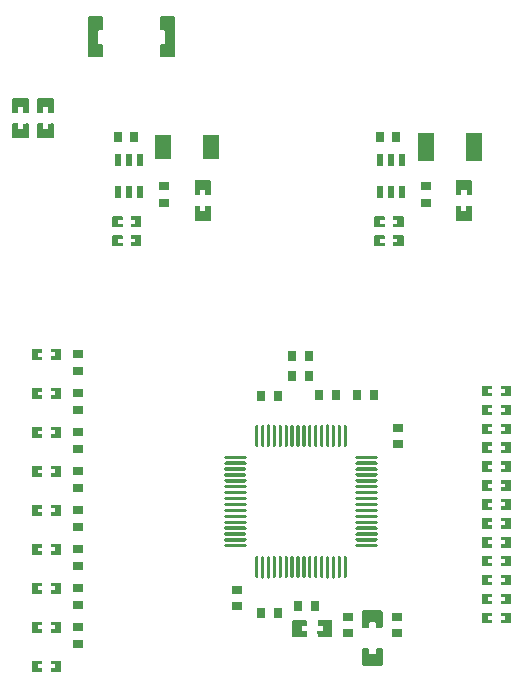
<source format=gtp>
G04 Layer: TopPasteMaskLayer*
G04 EasyEDA Pro v2.2.24.2, 2024-08-08 11:30:51*
G04 Gerber Generator version 0.3*
G04 Scale: 100 percent, Rotated: No, Reflected: No*
G04 Dimensions in millimeters*
G04 Leading zeros omitted, absolute positions, 3 integers and 5 decimals*
%FSLAX35Y35*%
%MOMM*%
%ADD10R,0.9X0.8*%
%ADD11R,0.8X0.9*%
%ADD12R,0.8X0.9*%
%ADD13R,0.6X1.1*%
%ADD14R,1.4X2.12001*%
%ADD15R,1.4X2.4*%
%ADD16R,0.9007X0.8*%
%ADD17R,0.9X0.8*%
G75*


G04 PolygonModel Start*
G36*
G01X4410500Y2464002D02*
G01X4410500Y2336004D01*
G01X4405498Y2331003D01*
G01X4290497Y2331003D01*
G01X4285499Y2336004D01*
G01X4284996Y2377007D01*
G01X4329997Y2377007D01*
G01X4329997Y2422006D01*
G01X4285997Y2422006D01*
G01X4285499Y2464002D01*
G01X4290497Y2469003D01*
G01X4405498Y2469003D01*
G01X4410500Y2464002D01*
G37*
G36*
G01X4069505Y2336001D02*
G01X4069505Y2464000D01*
G01X4074506Y2469001D01*
G01X4189507Y2469001D01*
G01X4194506Y2464000D01*
G01X4195009Y2422996D01*
G01X4150007Y2422996D01*
G01X4150007Y2377998D01*
G01X4194008Y2377998D01*
G01X4194506Y2336001D01*
G01X4189507Y2331000D01*
G01X4074506Y2331000D01*
G01X4069505Y2336001D01*
G37*
G36*
G01X1707489Y6891992D02*
G01X1835487Y6891992D01*
G01X1840488Y6886991D01*
G01X1840488Y6771990D01*
G01X1835487Y6766991D01*
G01X1794484Y6766488D01*
G01X1794484Y6811489D01*
G01X1749485Y6811489D01*
G01X1749485Y6767489D01*
G01X1707489Y6766991D01*
G01X1702487Y6771990D01*
G01X1702487Y6886991D01*
G01X1707489Y6891992D01*
G37*
G36*
G01X1835489Y6550997D02*
G01X1707491Y6550997D01*
G01X1702490Y6555998D01*
G01X1702490Y6670999D01*
G01X1707491Y6675998D01*
G01X1748494Y6676501D01*
G01X1748494Y6631500D01*
G01X1793493Y6631500D01*
G01X1793493Y6675500D01*
G01X1835489Y6675998D01*
G01X1840491Y6670999D01*
G01X1840491Y6555998D01*
G01X1835489Y6550997D01*
G37*
G36*
G01X1917489Y6891992D02*
G01X2045487Y6891992D01*
G01X2050488Y6886991D01*
G01X2050488Y6771990D01*
G01X2045487Y6766991D01*
G01X2004484Y6766488D01*
G01X2004484Y6811489D01*
G01X1959485Y6811489D01*
G01X1959485Y6767489D01*
G01X1917489Y6766991D01*
G01X1912487Y6771990D01*
G01X1912487Y6886991D01*
G01X1917489Y6891992D01*
G37*
G36*
G01X2045489Y6550997D02*
G01X1917491Y6550997D01*
G01X1912490Y6555998D01*
G01X1912490Y6670999D01*
G01X1917491Y6675998D01*
G01X1958494Y6676501D01*
G01X1958494Y6631500D01*
G01X2003493Y6631500D01*
G01X2003493Y6675500D01*
G01X2045489Y6675998D01*
G01X2050491Y6670999D01*
G01X2050491Y6555998D01*
G01X2045489Y6550997D01*
G37*
G36*
G01X3377597Y5854192D02*
G01X3249599Y5854192D01*
G01X3244597Y5859194D01*
G01X3244597Y5974195D01*
G01X3249599Y5979193D01*
G01X3290602Y5979696D01*
G01X3290602Y5934695D01*
G01X3335600Y5934695D01*
G01X3335600Y5978695D01*
G01X3377597Y5979193D01*
G01X3382598Y5974195D01*
G01X3382598Y5859194D01*
G01X3377597Y5854192D01*
G37*
G36*
G01X3249596Y6195187D02*
G01X3377594Y6195187D01*
G01X3382595Y6190186D01*
G01X3382595Y6075185D01*
G01X3377594Y6070186D01*
G01X3336591Y6069683D01*
G01X3336591Y6114684D01*
G01X3291592Y6114684D01*
G01X3291592Y6070684D01*
G01X3249596Y6070186D01*
G01X3244595Y6075185D01*
G01X3244595Y6190186D01*
G01X3249596Y6195187D01*
G37*
G36*
G01X5587597Y5854192D02*
G01X5459599Y5854192D01*
G01X5454598Y5859194D01*
G01X5454598Y5974195D01*
G01X5459599Y5979193D01*
G01X5500602Y5979696D01*
G01X5500602Y5934695D01*
G01X5545601Y5934695D01*
G01X5545601Y5978695D01*
G01X5587597Y5979193D01*
G01X5592598Y5974195D01*
G01X5592598Y5859194D01*
G01X5587597Y5854192D01*
G37*
G36*
G01X5459596Y6195187D02*
G01X5587595Y6195187D01*
G01X5592596Y6190186D01*
G01X5592596Y6075185D01*
G01X5587595Y6070186D01*
G01X5546591Y6069683D01*
G01X5546591Y6114684D01*
G01X5501593Y6114684D01*
G01X5501593Y6070684D01*
G01X5459596Y6070186D01*
G01X5454595Y6075185D01*
G01X5454595Y6190186D01*
G01X5459596Y6195187D01*
G37*
G36*
G01X4673602Y2235001D02*
G01X4710628Y2235001D01*
G01X4720628Y2225001D01*
G01X4720628Y2194510D01*
G01X4730628Y2184510D01*
G01X4769378Y2184510D01*
G01X4779378Y2194510D01*
G01X4779378Y2225001D01*
G01X4789378Y2235001D01*
G01X4826403Y2235001D01*
G01X4836403Y2225001D01*
G01X4836403Y2096502D01*
G01X4826403Y2086502D01*
G01X4673602Y2086502D01*
G01X4663602Y2096502D01*
G01X4663602Y2225001D01*
G01X4673602Y2235001D01*
G37*
G36*
G01X4673602Y2405003D02*
G01X4710628Y2405003D01*
G01X4720628Y2415003D01*
G01X4720628Y2445493D01*
G01X4730628Y2455493D01*
G01X4769378Y2455493D01*
G01X4779378Y2445493D01*
G01X4779378Y2415003D01*
G01X4789378Y2405003D01*
G01X4826403Y2405003D01*
G01X4836403Y2415003D01*
G01X4836403Y2543501D01*
G01X4826403Y2553501D01*
G01X4673602Y2553501D01*
G01X4663602Y2543501D01*
G01X4663602Y2415003D01*
G01X4673602Y2405003D01*
G37*
G36*
G01X4616482Y3836014D02*
G02X4616482Y3864015I0J14000D01*
G01X4783482Y3864015D01*
G02X4783482Y3836014I0J-14000D01*
G01X4616482Y3836014D01*
G37*
G36*
G01X4616482Y3786001D02*
G02X4616482Y3814002I0J14000D01*
G01X4783482Y3814002D01*
G02X4783482Y3786001I0J-14000D01*
G01X4616482Y3786001D01*
G37*
G36*
G01X4616482Y3736014D02*
G02X4616482Y3764015I0J14000D01*
G01X4783482Y3764015D01*
G02X4783482Y3736014I0J-14000D01*
G01X4616482Y3736014D01*
G37*
G36*
G01X4616482Y3686001D02*
G02X4616482Y3714002I0J14000D01*
G01X4783482Y3714002D01*
G02X4783482Y3686001I0J-14000D01*
G01X4616482Y3686001D01*
G37*
G36*
G01X4616482Y3636014D02*
G02X4616482Y3664015I0J14000D01*
G01X4783482Y3664015D01*
G02X4783482Y3636014I0J-14000D01*
G01X4616482Y3636014D01*
G37*
G36*
G01X4616482Y3586001D02*
G02X4616482Y3614002I0J14000D01*
G01X4783482Y3614002D01*
G02X4783482Y3586001I0J-14000D01*
G01X4616482Y3586001D01*
G37*
G36*
G01X4616482Y3536014D02*
G02X4616482Y3564015I0J14000D01*
G01X4783482Y3564015D01*
G02X4783482Y3536014I0J-14000D01*
G01X4616482Y3536014D01*
G37*
G36*
G01X4616482Y3486002D02*
G02X4616482Y3514003I0J14000D01*
G01X4783482Y3514003D01*
G02X4783482Y3486002I0J-14000D01*
G01X4616482Y3486002D01*
G37*
G36*
G01X4616482Y3436014D02*
G02X4616482Y3464015I0J14000D01*
G01X4783482Y3464015D01*
G02X4783482Y3436014I0J-14000D01*
G01X4616482Y3436014D01*
G37*
G36*
G01X4616482Y3386002D02*
G02X4616482Y3414003I0J14000D01*
G01X4783482Y3414003D01*
G02X4783482Y3386002I0J-14000D01*
G01X4616482Y3386002D01*
G37*
G36*
G01X4616482Y3336015D02*
G02X4616482Y3364016I0J14000D01*
G01X4783482Y3364016D01*
G02X4783482Y3336015I0J-14000D01*
G01X4616482Y3336015D01*
G37*
G36*
G01X4616482Y3286002D02*
G02X4616482Y3314003I0J14000D01*
G01X4783482Y3314003D01*
G02X4783482Y3286002I0J-14000D01*
G01X4616482Y3286002D01*
G37*
G36*
G01X4616482Y3236015D02*
G02X4616482Y3264016I0J14000D01*
G01X4783482Y3264016D01*
G02X4783482Y3236015I0J-14000D01*
G01X4616482Y3236015D01*
G37*
G36*
G01X4616482Y3186002D02*
G02X4616482Y3214003I0J14000D01*
G01X4783482Y3214003D01*
G02X4783482Y3186002I0J-14000D01*
G01X4616482Y3186002D01*
G37*
G36*
G01X4616482Y3136015D02*
G02X4616482Y3164016I0J14000D01*
G01X4783482Y3164016D01*
G02X4783482Y3136015I0J-14000D01*
G01X4616482Y3136015D01*
G37*
G36*
G01X4616482Y3086002D02*
G02X4616482Y3114003I0J14000D01*
G01X4783482Y3114003D01*
G02X4783482Y3086002I0J-14000D01*
G01X4616482Y3086002D01*
G37*
G36*
G01X4533998Y3946499D02*
G02X4505997Y3946499I-14000J0D01*
G01X4505997Y4113499D01*
G02X4533998Y4113499I14000J0D01*
G01X4533998Y3946499D01*
G37*
G36*
G01X4483985Y3946499D02*
G02X4455984Y3946499I-14000J0D01*
G01X4455984Y4113499D01*
G02X4483985Y4113499I14000J0D01*
G01X4483985Y3946499D01*
G37*
G36*
G01X4433998Y3946499D02*
G02X4405997Y3946499I-14000J0D01*
G01X4405997Y4113499D01*
G02X4433998Y4113499I14000J0D01*
G01X4433998Y3946499D01*
G37*
G36*
G01X4383986Y3946499D02*
G02X4355985Y3946499I-14000J0D01*
G01X4355985Y4113499D01*
G02X4383986Y4113499I14000J0D01*
G01X4383986Y3946499D01*
G37*
G36*
G01X4333998Y3946499D02*
G02X4305997Y3946499I-14000J0D01*
G01X4305997Y4113499D01*
G02X4333998Y4113499I14000J0D01*
G01X4333998Y3946499D01*
G37*
G36*
G01X4283986Y3946499D02*
G02X4255985Y3946499I-14000J0D01*
G01X4255985Y4113499D01*
G02X4283986Y4113499I14000J0D01*
G01X4283986Y3946499D01*
G37*
G36*
G01X4233999Y3946499D02*
G02X4205998Y3946499I-14000J0D01*
G01X4205998Y4113499D01*
G02X4233999Y4113499I14000J0D01*
G01X4233999Y3946499D01*
G37*
G36*
G01X4183986Y3946499D02*
G02X4155985Y3946499I-14000J0D01*
G01X4155985Y4113499D01*
G02X4183986Y4113499I14000J0D01*
G01X4183986Y3946499D01*
G37*
G36*
G01X4133999Y3946499D02*
G02X4105998Y3946499I-14000J0D01*
G01X4105998Y4113499D01*
G02X4133999Y4113499I14000J0D01*
G01X4133999Y3946499D01*
G37*
G36*
G01X4083986Y3946499D02*
G02X4055985Y3946499I-14000J0D01*
G01X4055985Y4113499D01*
G02X4083986Y4113499I14000J0D01*
G01X4083986Y3946499D01*
G37*
G36*
G01X4033999Y3946499D02*
G02X4005998Y3946499I-14000J0D01*
G01X4005998Y4113499D01*
G02X4033999Y4113499I14000J0D01*
G01X4033999Y3946499D01*
G37*
G36*
G01X3983986Y3946499D02*
G02X3955985Y3946499I-14000J0D01*
G01X3955985Y4113499D01*
G02X3983986Y4113499I14000J0D01*
G01X3983986Y3946499D01*
G37*
G36*
G01X3933999Y3946499D02*
G02X3905998Y3946499I-14000J0D01*
G01X3905998Y4113499D01*
G02X3933999Y4113499I14000J0D01*
G01X3933999Y3946499D01*
G37*
G36*
G01X3883987Y3946499D02*
G02X3855986Y3946499I-14000J0D01*
G01X3855986Y4113499D01*
G02X3883987Y4113499I14000J0D01*
G01X3883987Y3946499D01*
G37*
G36*
G01X3833999Y3946499D02*
G02X3805998Y3946499I-14000J0D01*
G01X3805998Y4113499D01*
G02X3833999Y4113499I14000J0D01*
G01X3833999Y3946499D01*
G37*
G36*
G01X3783987Y3946499D02*
G02X3755986Y3946499I-14000J0D01*
G01X3755986Y4113499D01*
G02X3783987Y4113499I14000J0D01*
G01X3783987Y3946499D01*
G37*
G36*
G01X3673502Y3864015D02*
G02X3673502Y3836014I0J-14000D01*
G01X3506502Y3836014D01*
G02X3506502Y3864015I0J14000D01*
G01X3673502Y3864015D01*
G37*
G36*
G01X3673502Y3814002D02*
G02X3673502Y3786001I0J-14000D01*
G01X3506502Y3786001D01*
G02X3506502Y3814002I0J14000D01*
G01X3673502Y3814002D01*
G37*
G36*
G01X3673502Y3764015D02*
G02X3673502Y3736014I0J-14000D01*
G01X3506502Y3736014D01*
G02X3506502Y3764015I0J14000D01*
G01X3673502Y3764015D01*
G37*
G36*
G01X3673502Y3714002D02*
G02X3673502Y3686001I0J-14000D01*
G01X3506502Y3686001D01*
G02X3506502Y3714002I0J14000D01*
G01X3673502Y3714002D01*
G37*
G36*
G01X3673502Y3664015D02*
G02X3673502Y3636014I0J-14000D01*
G01X3506502Y3636014D01*
G02X3506502Y3664015I0J14000D01*
G01X3673502Y3664015D01*
G37*
G36*
G01X3673502Y3614002D02*
G02X3673502Y3586001I0J-14000D01*
G01X3506502Y3586001D01*
G02X3506502Y3614002I0J14000D01*
G01X3673502Y3614002D01*
G37*
G36*
G01X3673502Y3564015D02*
G02X3673502Y3536014I0J-14000D01*
G01X3506502Y3536014D01*
G02X3506502Y3564015I0J14000D01*
G01X3673502Y3564015D01*
G37*
G36*
G01X3673502Y3514003D02*
G02X3673502Y3486002I0J-14000D01*
G01X3506502Y3486002D01*
G02X3506502Y3514003I0J14000D01*
G01X3673502Y3514003D01*
G37*
G36*
G01X3673502Y3464015D02*
G02X3673502Y3436014I0J-14000D01*
G01X3506502Y3436014D01*
G02X3506502Y3464015I0J14000D01*
G01X3673502Y3464015D01*
G37*
G36*
G01X3673502Y3414003D02*
G02X3673502Y3386002I0J-14000D01*
G01X3506502Y3386002D01*
G02X3506502Y3414003I0J14000D01*
G01X3673502Y3414003D01*
G37*
G36*
G01X3673502Y3364016D02*
G02X3673502Y3336015I0J-14000D01*
G01X3506502Y3336015D01*
G02X3506502Y3364016I0J14000D01*
G01X3673502Y3364016D01*
G37*
G36*
G01X3673502Y3314003D02*
G02X3673502Y3286002I0J-14000D01*
G01X3506502Y3286002D01*
G02X3506502Y3314003I0J14000D01*
G01X3673502Y3314003D01*
G37*
G36*
G01X3673502Y3264016D02*
G02X3673502Y3236015I0J-14000D01*
G01X3506502Y3236015D01*
G02X3506502Y3264016I0J14000D01*
G01X3673502Y3264016D01*
G37*
G36*
G01X3673502Y3214003D02*
G02X3673502Y3186002I0J-14000D01*
G01X3506502Y3186002D01*
G02X3506502Y3214003I0J14000D01*
G01X3673502Y3214003D01*
G37*
G36*
G01X3673502Y3164016D02*
G02X3673502Y3136015I0J-14000D01*
G01X3506502Y3136015D01*
G02X3506502Y3164016I0J14000D01*
G01X3673502Y3164016D01*
G37*
G36*
G01X3673502Y3114003D02*
G02X3673502Y3086002I0J-14000D01*
G01X3506502Y3086002D01*
G02X3506502Y3114003I0J14000D01*
G01X3673502Y3114003D01*
G37*
G36*
G01X3755986Y3003519D02*
G02X3783987Y3003519I14000J0D01*
G01X3783987Y2836519D01*
G02X3755986Y2836519I-14000J0D01*
G01X3755986Y3003519D01*
G37*
G36*
G01X3805998Y3003519D02*
G02X3833999Y3003519I14000J0D01*
G01X3833999Y2836519D01*
G02X3805998Y2836519I-14000J0D01*
G01X3805998Y3003519D01*
G37*
G36*
G01X3855986Y3003519D02*
G02X3883987Y3003519I14000J0D01*
G01X3883987Y2836519D01*
G02X3855986Y2836519I-14000J0D01*
G01X3855986Y3003519D01*
G37*
G36*
G01X3905998Y3003519D02*
G02X3933999Y3003519I14000J0D01*
G01X3933999Y2836519D01*
G02X3905998Y2836519I-14000J0D01*
G01X3905998Y3003519D01*
G37*
G36*
G01X3955985Y3003519D02*
G02X3983986Y3003519I14000J0D01*
G01X3983986Y2836519D01*
G02X3955985Y2836519I-14000J0D01*
G01X3955985Y3003519D01*
G37*
G36*
G01X4005998Y3003519D02*
G02X4033999Y3003519I14000J0D01*
G01X4033999Y2836519D01*
G02X4005998Y2836519I-14000J0D01*
G01X4005998Y3003519D01*
G37*
G36*
G01X4055985Y3003519D02*
G02X4083986Y3003519I14000J0D01*
G01X4083986Y2836519D01*
G02X4055985Y2836519I-14000J0D01*
G01X4055985Y3003519D01*
G37*
G36*
G01X4105998Y3003519D02*
G02X4133999Y3003519I14000J0D01*
G01X4133999Y2836519D01*
G02X4105998Y2836519I-14000J0D01*
G01X4105998Y3003519D01*
G37*
G36*
G01X4155985Y3003519D02*
G02X4183986Y3003519I14000J0D01*
G01X4183986Y2836519D01*
G02X4155985Y2836519I-14000J0D01*
G01X4155985Y3003519D01*
G37*
G36*
G01X4205998Y3003519D02*
G02X4233999Y3003519I14000J0D01*
G01X4233999Y2836519D01*
G02X4205998Y2836519I-14000J0D01*
G01X4205998Y3003519D01*
G37*
G36*
G01X4255985Y3003519D02*
G02X4283986Y3003519I14000J0D01*
G01X4283986Y2836519D01*
G02X4255985Y2836519I-14000J0D01*
G01X4255985Y3003519D01*
G37*
G36*
G01X4305997Y3003519D02*
G02X4333998Y3003519I14000J0D01*
G01X4333998Y2836519D01*
G02X4305997Y2836519I-14000J0D01*
G01X4305997Y3003519D01*
G37*
G36*
G01X4355985Y3003519D02*
G02X4383986Y3003519I14000J0D01*
G01X4383986Y2836519D01*
G02X4355985Y2836519I-14000J0D01*
G01X4355985Y3003519D01*
G37*
G36*
G01X4405997Y3003519D02*
G02X4433998Y3003519I14000J0D01*
G01X4433998Y2836519D01*
G02X4405997Y2836519I-14000J0D01*
G01X4405997Y3003519D01*
G37*
G36*
G01X4455984Y3003519D02*
G02X4483985Y3003519I14000J0D01*
G01X4483985Y2836519D01*
G02X4455984Y2836519I-14000J0D01*
G01X4455984Y3003519D01*
G37*
G36*
G01X4505997Y3003519D02*
G02X4533998Y3003519I14000J0D01*
G01X4533998Y2836519D01*
G02X4505997Y2836519I-14000J0D01*
G01X4505997Y3003519D01*
G37*
G36*
G01X2109503Y4765002D02*
G01X2029503Y4765002D01*
G01X2024502Y4760000D01*
G01X2024502Y4737204D01*
G01X2061502Y4737204D01*
G01X2061502Y4704204D01*
G01X2024502Y4704204D01*
G01X2024502Y4680001D01*
G01X2029503Y4675002D01*
G01X2109503Y4675002D01*
G01X2114502Y4680001D01*
G01X2114502Y4760000D01*
G01X2109503Y4765002D01*
G37*
G36*
G01X1870499Y4675004D02*
G01X1950499Y4675004D01*
G01X1955500Y4680006D01*
G01X1955500Y4702802D01*
G01X1918500Y4702802D01*
G01X1918500Y4735802D01*
G01X1955500Y4735802D01*
G01X1955500Y4760005D01*
G01X1950499Y4765004D01*
G01X1870499Y4765004D01*
G01X1865500Y4760005D01*
G01X1865500Y4680006D01*
G01X1870499Y4675004D01*
G37*
G36*
G01X2109503Y4435002D02*
G01X2029503Y4435002D01*
G01X2024502Y4430000D01*
G01X2024502Y4407204D01*
G01X2061502Y4407204D01*
G01X2061502Y4374204D01*
G01X2024502Y4374204D01*
G01X2024502Y4350000D01*
G01X2029503Y4345002D01*
G01X2109503Y4345002D01*
G01X2114502Y4350000D01*
G01X2114502Y4430000D01*
G01X2109503Y4435002D01*
G37*
G36*
G01X1870499Y4345004D02*
G01X1950499Y4345004D01*
G01X1955500Y4350006D01*
G01X1955500Y4372802D01*
G01X1918500Y4372802D01*
G01X1918500Y4405802D01*
G01X1955500Y4405802D01*
G01X1955500Y4430005D01*
G01X1950499Y4435004D01*
G01X1870499Y4435004D01*
G01X1865500Y4430005D01*
G01X1865500Y4350006D01*
G01X1870499Y4345004D01*
G37*
G36*
G01X2109503Y4105001D02*
G01X2029503Y4105001D01*
G01X2024502Y4100000D01*
G01X2024502Y4077204D01*
G01X2061502Y4077204D01*
G01X2061502Y4044204D01*
G01X2024502Y4044204D01*
G01X2024502Y4020000D01*
G01X2029503Y4015002D01*
G01X2109503Y4015002D01*
G01X2114502Y4020000D01*
G01X2114502Y4100000D01*
G01X2109503Y4105001D01*
G37*
G36*
G01X1870499Y4015004D02*
G01X1950499Y4015004D01*
G01X1955500Y4020005D01*
G01X1955500Y4042802D01*
G01X1918500Y4042802D01*
G01X1918500Y4075802D01*
G01X1955500Y4075802D01*
G01X1955500Y4100005D01*
G01X1950499Y4105004D01*
G01X1870499Y4105004D01*
G01X1865500Y4100005D01*
G01X1865500Y4020005D01*
G01X1870499Y4015004D01*
G37*
G36*
G01X2109503Y3775001D02*
G01X2029503Y3775001D01*
G01X2024502Y3770000D01*
G01X2024502Y3747203D01*
G01X2061502Y3747203D01*
G01X2061502Y3714204D01*
G01X2024502Y3714204D01*
G01X2024502Y3690000D01*
G01X2029503Y3685001D01*
G01X2109503Y3685001D01*
G01X2114502Y3690000D01*
G01X2114502Y3770000D01*
G01X2109503Y3775001D01*
G37*
G36*
G01X1870499Y3685004D02*
G01X1950499Y3685004D01*
G01X1955500Y3690005D01*
G01X1955500Y3712802D01*
G01X1918500Y3712802D01*
G01X1918500Y3745801D01*
G01X1955500Y3745801D01*
G01X1955500Y3770005D01*
G01X1950499Y3775004D01*
G01X1870499Y3775004D01*
G01X1865500Y3770005D01*
G01X1865500Y3690005D01*
G01X1870499Y3685004D01*
G37*
G36*
G01X2109503Y3445001D02*
G01X2029503Y3445001D01*
G01X2024502Y3440000D01*
G01X2024502Y3417203D01*
G01X2061502Y3417203D01*
G01X2061502Y3384204D01*
G01X2024502Y3384204D01*
G01X2024502Y3360000D01*
G01X2029503Y3355001D01*
G01X2109503Y3355001D01*
G01X2114502Y3360000D01*
G01X2114502Y3440000D01*
G01X2109503Y3445001D01*
G37*
G36*
G01X1870499Y3355004D02*
G01X1950499Y3355004D01*
G01X1955500Y3360005D01*
G01X1955500Y3382801D01*
G01X1918500Y3382801D01*
G01X1918500Y3415801D01*
G01X1955500Y3415801D01*
G01X1955500Y3440005D01*
G01X1950499Y3445004D01*
G01X1870499Y3445004D01*
G01X1865500Y3440005D01*
G01X1865500Y3360005D01*
G01X1870499Y3355004D01*
G37*
G36*
G01X2109503Y3115001D02*
G01X2029503Y3115001D01*
G01X2024502Y3110000D01*
G01X2024502Y3087203D01*
G01X2061502Y3087203D01*
G01X2061502Y3054203D01*
G01X2024502Y3054203D01*
G01X2024502Y3030000D01*
G01X2029503Y3025001D01*
G01X2109503Y3025001D01*
G01X2114502Y3030000D01*
G01X2114502Y3110000D01*
G01X2109503Y3115001D01*
G37*
G36*
G01X1870499Y3025004D02*
G01X1950499Y3025004D01*
G01X1955500Y3030005D01*
G01X1955500Y3052801D01*
G01X1918500Y3052801D01*
G01X1918500Y3085801D01*
G01X1955500Y3085801D01*
G01X1955500Y3110005D01*
G01X1950499Y3115003D01*
G01X1870499Y3115003D01*
G01X1865500Y3110005D01*
G01X1865500Y3030005D01*
G01X1870499Y3025004D01*
G37*
G36*
G01X2109503Y2785001D02*
G01X2029503Y2785001D01*
G01X2024502Y2779999D01*
G01X2024502Y2757203D01*
G01X2061502Y2757203D01*
G01X2061502Y2724203D01*
G01X2024502Y2724203D01*
G01X2024502Y2699999D01*
G01X2029503Y2695001D01*
G01X2109503Y2695001D01*
G01X2114502Y2699999D01*
G01X2114502Y2779999D01*
G01X2109503Y2785001D01*
G37*
G36*
G01X1870499Y2695003D02*
G01X1950499Y2695003D01*
G01X1955500Y2700005D01*
G01X1955500Y2722801D01*
G01X1918500Y2722801D01*
G01X1918500Y2755801D01*
G01X1955500Y2755801D01*
G01X1955500Y2780004D01*
G01X1950499Y2785003D01*
G01X1870499Y2785003D01*
G01X1865500Y2780004D01*
G01X1865500Y2700005D01*
G01X1870499Y2695003D01*
G37*
G36*
G01X2109503Y2455000D02*
G01X2029503Y2455000D01*
G01X2024502Y2449999D01*
G01X2024502Y2427203D01*
G01X2061502Y2427203D01*
G01X2061502Y2394203D01*
G01X2024502Y2394203D01*
G01X2024502Y2369999D01*
G01X2029503Y2365001D01*
G01X2109503Y2365001D01*
G01X2114502Y2369999D01*
G01X2114502Y2449999D01*
G01X2109503Y2455000D01*
G37*
G36*
G01X1870499Y2365003D02*
G01X1950499Y2365003D01*
G01X1955500Y2370004D01*
G01X1955500Y2392801D01*
G01X1918500Y2392801D01*
G01X1918500Y2425801D01*
G01X1955500Y2425801D01*
G01X1955500Y2450004D01*
G01X1950499Y2455003D01*
G01X1870499Y2455003D01*
G01X1865500Y2450004D01*
G01X1865500Y2370004D01*
G01X1870499Y2365003D01*
G37*
G36*
G01X2109503Y2125000D02*
G01X2029503Y2125000D01*
G01X2024502Y2119999D01*
G01X2024502Y2097203D01*
G01X2061502Y2097203D01*
G01X2061502Y2064203D01*
G01X2024502Y2064203D01*
G01X2024502Y2039999D01*
G01X2029503Y2035001D01*
G01X2109503Y2035001D01*
G01X2114502Y2039999D01*
G01X2114502Y2119999D01*
G01X2109503Y2125000D01*
G37*
G36*
G01X1870499Y2035003D02*
G01X1950499Y2035003D01*
G01X1955500Y2040004D01*
G01X1955500Y2062801D01*
G01X1918500Y2062801D01*
G01X1918500Y2095800D01*
G01X1955500Y2095800D01*
G01X1955500Y2120004D01*
G01X1950499Y2125003D01*
G01X1870499Y2125003D01*
G01X1865500Y2120004D01*
G01X1865500Y2040004D01*
G01X1870499Y2035003D01*
G37*
G36*
G01X2952500Y7247206D02*
G01X2952500Y7341252D01*
G01X2962500Y7351252D01*
G01X2986107Y7351252D01*
G01X2996107Y7361252D01*
G01X2996107Y7458757D01*
G01X2986107Y7468757D01*
G01X2962500Y7468757D01*
G01X2952500Y7478757D01*
G01X2952500Y7572803D01*
G01X2962500Y7582803D01*
G01X3070755Y7582803D01*
G01X3080755Y7572803D01*
G01X3080755Y7247206D01*
G01X3070755Y7237206D01*
G01X2962500Y7237206D01*
G01X2952500Y7247206D01*
G37*
G36*
G01X2467503Y7247206D02*
G01X2467503Y7341252D01*
G01X2457503Y7351252D01*
G01X2433896Y7351252D01*
G01X2423896Y7361252D01*
G01X2423896Y7458757D01*
G01X2433896Y7468757D01*
G01X2457503Y7468757D01*
G01X2467503Y7478757D01*
G01X2467503Y7572803D01*
G01X2457503Y7582803D01*
G01X2349248Y7582803D01*
G01X2339248Y7572803D01*
G01X2339248Y7247206D01*
G01X2349248Y7237206D01*
G01X2457503Y7237206D01*
G01X2467503Y7247206D01*
G37*
G36*
G01X2549430Y5799691D02*
G01X2629430Y5799691D01*
G01X2634431Y5804692D01*
G01X2634431Y5827489D01*
G01X2597431Y5827489D01*
G01X2597431Y5860488D01*
G01X2634431Y5860488D01*
G01X2634431Y5884692D01*
G01X2629430Y5889691D01*
G01X2549430Y5889691D01*
G01X2544432Y5884692D01*
G01X2544432Y5804692D01*
G01X2549430Y5799691D01*
G37*
G36*
G01X2788434Y5889688D02*
G01X2708434Y5889688D01*
G01X2703433Y5884687D01*
G01X2703433Y5861890D01*
G01X2740433Y5861890D01*
G01X2740433Y5828891D01*
G01X2703433Y5828891D01*
G01X2703433Y5804687D01*
G01X2708434Y5799688D01*
G01X2788434Y5799688D01*
G01X2793433Y5804687D01*
G01X2793433Y5884687D01*
G01X2788434Y5889688D01*
G37*
G36*
G01X2788434Y5729688D02*
G01X2708434Y5729688D01*
G01X2703433Y5724687D01*
G01X2703433Y5701890D01*
G01X2740433Y5701890D01*
G01X2740433Y5668891D01*
G01X2703433Y5668891D01*
G01X2703433Y5644687D01*
G01X2708434Y5639688D01*
G01X2788434Y5639688D01*
G01X2793433Y5644687D01*
G01X2793433Y5724687D01*
G01X2788434Y5729688D01*
G37*
G36*
G01X2549430Y5639691D02*
G01X2629430Y5639691D01*
G01X2634431Y5644692D01*
G01X2634431Y5667489D01*
G01X2597431Y5667489D01*
G01X2597431Y5700488D01*
G01X2634431Y5700488D01*
G01X2634431Y5724692D01*
G01X2629430Y5729691D01*
G01X2549430Y5729691D01*
G01X2544432Y5724692D01*
G01X2544432Y5644692D01*
G01X2549430Y5639691D01*
G37*
G36*
G01X4769431Y5799691D02*
G01X4849431Y5799691D01*
G01X4854432Y5804692D01*
G01X4854432Y5827489D01*
G01X4817432Y5827489D01*
G01X4817432Y5860488D01*
G01X4854432Y5860488D01*
G01X4854432Y5884692D01*
G01X4849431Y5889691D01*
G01X4769431Y5889691D01*
G01X4764432Y5884692D01*
G01X4764432Y5804692D01*
G01X4769431Y5799691D01*
G37*
G36*
G01X5008435Y5889688D02*
G01X4928435Y5889688D01*
G01X4923434Y5884687D01*
G01X4923434Y5861890D01*
G01X4960434Y5861890D01*
G01X4960434Y5828891D01*
G01X4923434Y5828891D01*
G01X4923434Y5804687D01*
G01X4928435Y5799688D01*
G01X5008435Y5799688D01*
G01X5013433Y5804687D01*
G01X5013433Y5884687D01*
G01X5008435Y5889688D01*
G37*
G36*
G01X5008435Y5729688D02*
G01X4928435Y5729688D01*
G01X4923434Y5724687D01*
G01X4923434Y5701890D01*
G01X4960434Y5701890D01*
G01X4960434Y5668891D01*
G01X4923434Y5668891D01*
G01X4923434Y5644687D01*
G01X4928435Y5639688D01*
G01X5008435Y5639688D01*
G01X5013433Y5644687D01*
G01X5013433Y5724687D01*
G01X5008435Y5729688D01*
G37*
G36*
G01X4769431Y5639691D02*
G01X4849431Y5639691D01*
G01X4854432Y5644692D01*
G01X4854432Y5667489D01*
G01X4817432Y5667489D01*
G01X4817432Y5700488D01*
G01X4854432Y5700488D01*
G01X4854432Y5724692D01*
G01X4849431Y5729691D01*
G01X4769431Y5729691D01*
G01X4764432Y5724692D01*
G01X4764432Y5644692D01*
G01X4769431Y5639691D01*
G37*
G36*
G01X5919505Y4455002D02*
G01X5839505Y4455002D01*
G01X5834504Y4450000D01*
G01X5834504Y4427204D01*
G01X5871504Y4427204D01*
G01X5871504Y4394204D01*
G01X5834504Y4394204D01*
G01X5834504Y4370000D01*
G01X5839505Y4365002D01*
G01X5919505Y4365002D01*
G01X5924504Y4370000D01*
G01X5924504Y4450000D01*
G01X5919505Y4455002D01*
G37*
G36*
G01X5680501Y4365004D02*
G01X5760501Y4365004D01*
G01X5765502Y4370005D01*
G01X5765502Y4392802D01*
G01X5728502Y4392802D01*
G01X5728502Y4425802D01*
G01X5765502Y4425802D01*
G01X5765502Y4450005D01*
G01X5760501Y4455004D01*
G01X5680501Y4455004D01*
G01X5675502Y4450005D01*
G01X5675502Y4370005D01*
G01X5680501Y4365004D01*
G37*
G36*
G01X5919505Y4295002D02*
G01X5839505Y4295002D01*
G01X5834504Y4290000D01*
G01X5834504Y4267204D01*
G01X5871504Y4267204D01*
G01X5871504Y4234204D01*
G01X5834504Y4234204D01*
G01X5834504Y4210000D01*
G01X5839505Y4205002D01*
G01X5919505Y4205002D01*
G01X5924504Y4210000D01*
G01X5924504Y4290000D01*
G01X5919505Y4295002D01*
G37*
G36*
G01X5680501Y4205004D02*
G01X5760501Y4205004D01*
G01X5765502Y4210006D01*
G01X5765502Y4232802D01*
G01X5728502Y4232802D01*
G01X5728502Y4265802D01*
G01X5765502Y4265802D01*
G01X5765502Y4290005D01*
G01X5760501Y4295004D01*
G01X5680501Y4295004D01*
G01X5675502Y4290005D01*
G01X5675502Y4210006D01*
G01X5680501Y4205004D01*
G37*
G36*
G01X5919505Y4135001D02*
G01X5839505Y4135001D01*
G01X5834504Y4130000D01*
G01X5834504Y4107204D01*
G01X5871504Y4107204D01*
G01X5871504Y4074204D01*
G01X5834504Y4074204D01*
G01X5834504Y4050000D01*
G01X5839505Y4045002D01*
G01X5919505Y4045002D01*
G01X5924504Y4050000D01*
G01X5924504Y4130000D01*
G01X5919505Y4135001D01*
G37*
G36*
G01X5680501Y4045004D02*
G01X5760501Y4045004D01*
G01X5765502Y4050005D01*
G01X5765502Y4072802D01*
G01X5728502Y4072802D01*
G01X5728502Y4105802D01*
G01X5765502Y4105802D01*
G01X5765502Y4130005D01*
G01X5760501Y4135004D01*
G01X5680501Y4135004D01*
G01X5675502Y4130005D01*
G01X5675502Y4050005D01*
G01X5680501Y4045004D01*
G37*
G36*
G01X5919505Y3975001D02*
G01X5839505Y3975001D01*
G01X5834504Y3970000D01*
G01X5834504Y3947203D01*
G01X5871504Y3947203D01*
G01X5871504Y3914204D01*
G01X5834504Y3914204D01*
G01X5834504Y3890000D01*
G01X5839505Y3885001D01*
G01X5919505Y3885001D01*
G01X5924504Y3890000D01*
G01X5924504Y3970000D01*
G01X5919505Y3975001D01*
G37*
G36*
G01X5680501Y3885004D02*
G01X5760501Y3885004D01*
G01X5765502Y3890005D01*
G01X5765502Y3912802D01*
G01X5728502Y3912802D01*
G01X5728502Y3945801D01*
G01X5765502Y3945801D01*
G01X5765502Y3970005D01*
G01X5760501Y3975004D01*
G01X5680501Y3975004D01*
G01X5675502Y3970005D01*
G01X5675502Y3890005D01*
G01X5680501Y3885004D01*
G37*
G36*
G01X5919505Y3815001D02*
G01X5839505Y3815001D01*
G01X5834504Y3810000D01*
G01X5834504Y3787204D01*
G01X5871504Y3787204D01*
G01X5871504Y3754204D01*
G01X5834504Y3754204D01*
G01X5834504Y3730000D01*
G01X5839505Y3725001D01*
G01X5919505Y3725001D01*
G01X5924504Y3730000D01*
G01X5924504Y3810000D01*
G01X5919505Y3815001D01*
G37*
G36*
G01X5680501Y3725004D02*
G01X5760501Y3725004D01*
G01X5765502Y3730005D01*
G01X5765502Y3752802D01*
G01X5728502Y3752802D01*
G01X5728502Y3785801D01*
G01X5765502Y3785801D01*
G01X5765502Y3810005D01*
G01X5760501Y3815004D01*
G01X5680501Y3815004D01*
G01X5675502Y3810005D01*
G01X5675502Y3730005D01*
G01X5680501Y3725004D01*
G37*
G36*
G01X5919505Y3655001D02*
G01X5839505Y3655001D01*
G01X5834504Y3650000D01*
G01X5834504Y3627203D01*
G01X5871504Y3627203D01*
G01X5871504Y3594204D01*
G01X5834504Y3594204D01*
G01X5834504Y3570000D01*
G01X5839505Y3565001D01*
G01X5919505Y3565001D01*
G01X5924504Y3570000D01*
G01X5924504Y3650000D01*
G01X5919505Y3655001D01*
G37*
G36*
G01X5680501Y3565004D02*
G01X5760501Y3565004D01*
G01X5765502Y3570005D01*
G01X5765502Y3592802D01*
G01X5728502Y3592802D01*
G01X5728502Y3625801D01*
G01X5765502Y3625801D01*
G01X5765502Y3650005D01*
G01X5760501Y3655004D01*
G01X5680501Y3655004D01*
G01X5675502Y3650005D01*
G01X5675502Y3570005D01*
G01X5680501Y3565004D01*
G37*
G36*
G01X5919505Y3495001D02*
G01X5839505Y3495001D01*
G01X5834504Y3490000D01*
G01X5834504Y3467203D01*
G01X5871504Y3467203D01*
G01X5871504Y3434204D01*
G01X5834504Y3434204D01*
G01X5834504Y3410000D01*
G01X5839505Y3405001D01*
G01X5919505Y3405001D01*
G01X5924504Y3410000D01*
G01X5924504Y3490000D01*
G01X5919505Y3495001D01*
G37*
G36*
G01X5680501Y3405004D02*
G01X5760501Y3405004D01*
G01X5765502Y3410005D01*
G01X5765502Y3432802D01*
G01X5728502Y3432802D01*
G01X5728502Y3465801D01*
G01X5765502Y3465801D01*
G01X5765502Y3490005D01*
G01X5760501Y3495004D01*
G01X5680501Y3495004D01*
G01X5675502Y3490005D01*
G01X5675502Y3410005D01*
G01X5680501Y3405004D01*
G37*
G36*
G01X5919505Y3335001D02*
G01X5839505Y3335001D01*
G01X5834504Y3330000D01*
G01X5834504Y3307203D01*
G01X5871504Y3307203D01*
G01X5871504Y3274204D01*
G01X5834504Y3274204D01*
G01X5834504Y3250000D01*
G01X5839505Y3245001D01*
G01X5919505Y3245001D01*
G01X5924504Y3250000D01*
G01X5924504Y3330000D01*
G01X5919505Y3335001D01*
G37*
G36*
G01X5680501Y3245004D02*
G01X5760501Y3245004D01*
G01X5765502Y3250005D01*
G01X5765502Y3272801D01*
G01X5728502Y3272801D01*
G01X5728502Y3305801D01*
G01X5765502Y3305801D01*
G01X5765502Y3330005D01*
G01X5760501Y3335003D01*
G01X5680501Y3335003D01*
G01X5675502Y3330005D01*
G01X5675502Y3250005D01*
G01X5680501Y3245004D01*
G37*
G36*
G01X5919505Y3175001D02*
G01X5839505Y3175001D01*
G01X5834504Y3170000D01*
G01X5834504Y3147203D01*
G01X5871504Y3147203D01*
G01X5871504Y3114203D01*
G01X5834504Y3114203D01*
G01X5834504Y3090000D01*
G01X5839505Y3085001D01*
G01X5919505Y3085001D01*
G01X5924504Y3090000D01*
G01X5924504Y3170000D01*
G01X5919505Y3175001D01*
G37*
G36*
G01X5680501Y3085003D02*
G01X5760501Y3085003D01*
G01X5765502Y3090005D01*
G01X5765502Y3112801D01*
G01X5728502Y3112801D01*
G01X5728502Y3145801D01*
G01X5765502Y3145801D01*
G01X5765502Y3170005D01*
G01X5760501Y3175003D01*
G01X5680501Y3175003D01*
G01X5675502Y3170005D01*
G01X5675502Y3090005D01*
G01X5680501Y3085003D01*
G37*
G36*
G01X5919505Y3015001D02*
G01X5839505Y3015001D01*
G01X5834504Y3010000D01*
G01X5834504Y2987203D01*
G01X5871504Y2987203D01*
G01X5871504Y2954203D01*
G01X5834504Y2954203D01*
G01X5834504Y2930000D01*
G01X5839505Y2925001D01*
G01X5919505Y2925001D01*
G01X5924504Y2930000D01*
G01X5924504Y3010000D01*
G01X5919505Y3015001D01*
G37*
G36*
G01X5680501Y2925004D02*
G01X5760501Y2925004D01*
G01X5765502Y2930005D01*
G01X5765502Y2952801D01*
G01X5728502Y2952801D01*
G01X5728502Y2985801D01*
G01X5765502Y2985801D01*
G01X5765502Y3010005D01*
G01X5760501Y3015003D01*
G01X5680501Y3015003D01*
G01X5675502Y3010005D01*
G01X5675502Y2930005D01*
G01X5680501Y2925004D01*
G37*
G36*
G01X5919505Y2855001D02*
G01X5839505Y2855001D01*
G01X5834504Y2849999D01*
G01X5834504Y2827203D01*
G01X5871504Y2827203D01*
G01X5871504Y2794203D01*
G01X5834504Y2794203D01*
G01X5834504Y2770000D01*
G01X5839505Y2765001D01*
G01X5919505Y2765001D01*
G01X5924504Y2770000D01*
G01X5924504Y2849999D01*
G01X5919505Y2855001D01*
G37*
G36*
G01X5680501Y2765003D02*
G01X5760501Y2765003D01*
G01X5765502Y2770005D01*
G01X5765502Y2792801D01*
G01X5728502Y2792801D01*
G01X5728502Y2825801D01*
G01X5765502Y2825801D01*
G01X5765502Y2850004D01*
G01X5760501Y2855003D01*
G01X5680501Y2855003D01*
G01X5675502Y2850004D01*
G01X5675502Y2770005D01*
G01X5680501Y2765003D01*
G37*
G36*
G01X5919505Y2695001D02*
G01X5839505Y2695001D01*
G01X5834504Y2689999D01*
G01X5834504Y2667203D01*
G01X5871504Y2667203D01*
G01X5871504Y2634203D01*
G01X5834504Y2634203D01*
G01X5834504Y2610000D01*
G01X5839505Y2605001D01*
G01X5919505Y2605001D01*
G01X5924504Y2610000D01*
G01X5924504Y2689999D01*
G01X5919505Y2695001D01*
G37*
G36*
G01X5680501Y2605003D02*
G01X5760501Y2605003D01*
G01X5765502Y2610005D01*
G01X5765502Y2632801D01*
G01X5728502Y2632801D01*
G01X5728502Y2665801D01*
G01X5765502Y2665801D01*
G01X5765502Y2690005D01*
G01X5760501Y2695003D01*
G01X5680501Y2695003D01*
G01X5675502Y2690005D01*
G01X5675502Y2610005D01*
G01X5680501Y2605003D01*
G37*
G36*
G01X5919505Y2535001D02*
G01X5839505Y2535001D01*
G01X5834504Y2529999D01*
G01X5834504Y2507203D01*
G01X5871504Y2507203D01*
G01X5871504Y2474203D01*
G01X5834504Y2474203D01*
G01X5834504Y2449999D01*
G01X5839505Y2445001D01*
G01X5919505Y2445001D01*
G01X5924504Y2449999D01*
G01X5924504Y2529999D01*
G01X5919505Y2535001D01*
G37*
G36*
G01X5680501Y2445003D02*
G01X5760501Y2445003D01*
G01X5765502Y2450004D01*
G01X5765502Y2472801D01*
G01X5728502Y2472801D01*
G01X5728502Y2505801D01*
G01X5765502Y2505801D01*
G01X5765502Y2530004D01*
G01X5760501Y2535003D01*
G01X5680501Y2535003D01*
G01X5675502Y2530004D01*
G01X5675502Y2450004D01*
G01X5680501Y2445003D01*
G37*

G04 Pad Start*
G54D10*
G01X3600002Y2730004D03*
G01X3600002Y2590000D03*
G54D11*
G01X3810000Y2530002D03*
G01X3950005Y2530002D03*
G54D12*
G01X4260005Y2590002D03*
G01X4120000Y2590002D03*
G54D10*
G01X4540002Y2500004D03*
G01X4540002Y2359999D03*
G01X2983596Y6144699D03*
G01X2983596Y6004695D03*
G01X5203597Y6144692D03*
G01X5203597Y6004687D03*
G54D13*
G01X4813597Y6364692D03*
G01X4908593Y6364692D03*
G01X5003589Y6364692D03*
G01X5003589Y6094690D03*
G01X4908593Y6094690D03*
G01X4813597Y6094690D03*
G01X2593596Y6364698D03*
G01X2688592Y6364698D03*
G01X2783588Y6364698D03*
G01X2783588Y6094696D03*
G01X2688592Y6094696D03*
G01X2593596Y6094696D03*
G54D14*
G01X2980803Y6474690D03*
G01X3386390Y6474690D03*
G54D15*
G01X5200803Y6474690D03*
G01X5606390Y6474690D03*
G54D17*
G01X4970003Y3960000D03*
G01X4970003Y4100005D03*
G54D12*
G01X4760005Y4380003D03*
G01X4620000Y4380003D03*
G01X4210005Y4540003D03*
G01X4070000Y4540003D03*
G54D11*
G01X3810000Y4370003D03*
G01X3950005Y4370003D03*
G01X4300000Y4380003D03*
G01X4440005Y4380003D03*
G54D10*
G01X4960003Y2500004D03*
G01X4960003Y2359999D03*
G54D12*
G01X4210005Y4710003D03*
G01X4070000Y4710003D03*
G01X4953599Y6564690D03*
G01X4813594Y6564690D03*
G54D11*
G01X2593594Y6564690D03*
G01X2733599Y6564690D03*
G54D17*
G01X2260001Y2269999D03*
G01X2260001Y2410004D03*
G01X2260001Y2600000D03*
G01X2260001Y2740004D03*
G01X2260001Y2930000D03*
G01X2260001Y3070005D03*
G01X2260001Y3260000D03*
G01X2260001Y3400005D03*
G01X2260001Y3590000D03*
G01X2260001Y3730005D03*
G01X2260001Y3920000D03*
G01X2260001Y4060005D03*
G01X2260001Y4250000D03*
G01X2260001Y4390005D03*
G01X2260001Y4580000D03*
G01X2260001Y4720005D03*
G04 Pad End*

M02*


</source>
